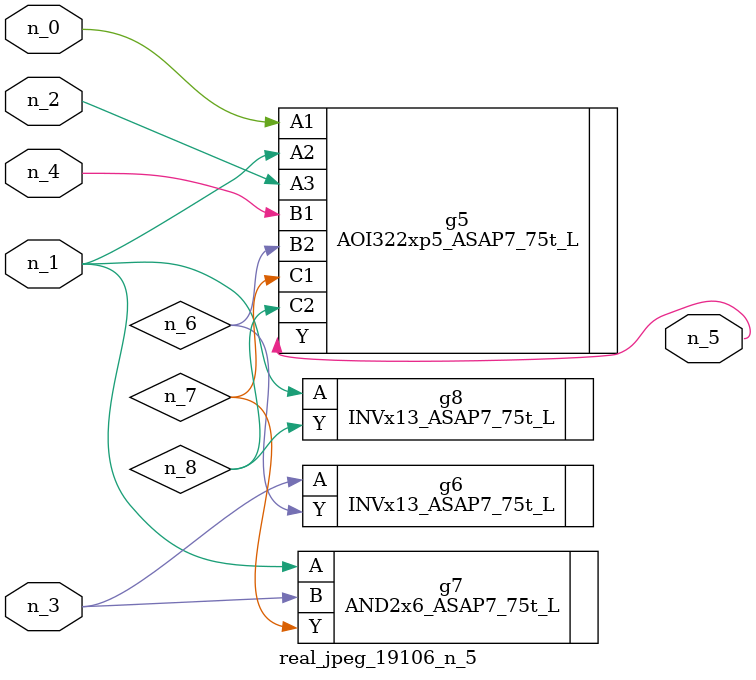
<source format=v>
module real_jpeg_19106_n_5 (n_4, n_0, n_1, n_2, n_3, n_5);

input n_4;
input n_0;
input n_1;
input n_2;
input n_3;

output n_5;

wire n_8;
wire n_6;
wire n_7;

AOI322xp5_ASAP7_75t_L g5 ( 
.A1(n_0),
.A2(n_1),
.A3(n_2),
.B1(n_4),
.B2(n_6),
.C1(n_7),
.C2(n_8),
.Y(n_5)
);

AND2x6_ASAP7_75t_L g7 ( 
.A(n_1),
.B(n_3),
.Y(n_7)
);

INVx13_ASAP7_75t_L g8 ( 
.A(n_1),
.Y(n_8)
);

INVx13_ASAP7_75t_L g6 ( 
.A(n_3),
.Y(n_6)
);


endmodule
</source>
